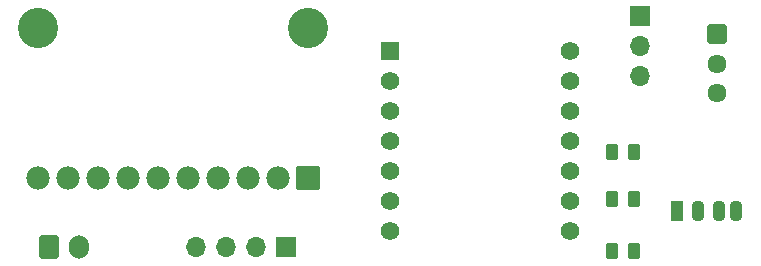
<source format=gbr>
%TF.GenerationSoftware,KiCad,Pcbnew,8.0.8*%
%TF.CreationDate,2025-05-04T21:19:18-07:00*%
%TF.ProjectId,ACL_Angle_Sensor,41434c5f-416e-4676-9c65-5f53656e736f,rev?*%
%TF.SameCoordinates,Original*%
%TF.FileFunction,Soldermask,Top*%
%TF.FilePolarity,Negative*%
%FSLAX46Y46*%
G04 Gerber Fmt 4.6, Leading zero omitted, Abs format (unit mm)*
G04 Created by KiCad (PCBNEW 8.0.8) date 2025-05-04 21:19:18*
%MOMM*%
%LPD*%
G01*
G04 APERTURE LIST*
G04 Aperture macros list*
%AMRoundRect*
0 Rectangle with rounded corners*
0 $1 Rounding radius*
0 $2 $3 $4 $5 $6 $7 $8 $9 X,Y pos of 4 corners*
0 Add a 4 corners polygon primitive as box body*
4,1,4,$2,$3,$4,$5,$6,$7,$8,$9,$2,$3,0*
0 Add four circle primitives for the rounded corners*
1,1,$1+$1,$2,$3*
1,1,$1+$1,$4,$5*
1,1,$1+$1,$6,$7*
1,1,$1+$1,$8,$9*
0 Add four rect primitives between the rounded corners*
20,1,$1+$1,$2,$3,$4,$5,0*
20,1,$1+$1,$4,$5,$6,$7,0*
20,1,$1+$1,$6,$7,$8,$9,0*
20,1,$1+$1,$8,$9,$2,$3,0*%
G04 Aperture macros list end*
%ADD10O,1.100000X1.800000*%
%ADD11R,1.100000X1.800000*%
%ADD12C,1.982000*%
%ADD13RoundRect,0.102000X-0.889000X-0.889000X0.889000X-0.889000X0.889000X0.889000X-0.889000X0.889000X0*%
%ADD14C,3.404000*%
%ADD15C,1.562000*%
%ADD16RoundRect,0.102000X-0.679000X-0.679000X0.679000X-0.679000X0.679000X0.679000X-0.679000X0.679000X0*%
%ADD17C,1.612000*%
%ADD18RoundRect,0.102000X-0.704000X0.704000X-0.704000X-0.704000X0.704000X-0.704000X0.704000X0.704000X0*%
%ADD19RoundRect,0.250000X-0.262500X-0.450000X0.262500X-0.450000X0.262500X0.450000X-0.262500X0.450000X0*%
%ADD20R,1.700000X1.700000*%
%ADD21O,1.700000X1.700000*%
%ADD22RoundRect,0.250000X-0.600000X-0.750000X0.600000X-0.750000X0.600000X0.750000X-0.600000X0.750000X0*%
%ADD23O,1.700000X2.000000*%
G04 APERTURE END LIST*
D10*
%TO.C,D1*%
X150190000Y-59500000D03*
X148690000Y-59500000D03*
X146940000Y-59500000D03*
D11*
X145190000Y-59500000D03*
%TD*%
D12*
%TO.C,U2*%
X101230000Y-56667500D03*
X98690000Y-56667500D03*
X96150000Y-56667500D03*
X93610000Y-56667500D03*
X91070000Y-56667500D03*
X103770000Y-56667500D03*
X106310000Y-56667500D03*
X108850000Y-56667500D03*
X111390000Y-56667500D03*
D13*
X113930000Y-56667500D03*
D14*
X91070000Y-43967500D03*
X113930000Y-43967500D03*
%TD*%
D15*
%TO.C,U1*%
X136120000Y-53563500D03*
X136120000Y-56103500D03*
X136120000Y-58643500D03*
X136120000Y-61183500D03*
X136120000Y-51023500D03*
X136120000Y-48483500D03*
X136120000Y-45943500D03*
X120880000Y-53563500D03*
X120880000Y-56103500D03*
X120880000Y-58643500D03*
X120880000Y-61183500D03*
X120880000Y-51023500D03*
X120880000Y-48483500D03*
D16*
X120880000Y-45943500D03*
%TD*%
D17*
%TO.C,SW1*%
X148500000Y-47000000D03*
D18*
X148500000Y-44500000D03*
D17*
X148500000Y-49500000D03*
%TD*%
D19*
%TO.C,R3*%
X139675000Y-62900000D03*
X141500000Y-62900000D03*
%TD*%
%TO.C,R2*%
X139675000Y-58500000D03*
X141500000Y-58500000D03*
%TD*%
%TO.C,R1*%
X139675000Y-54500000D03*
X141500000Y-54500000D03*
%TD*%
D20*
%TO.C,J2*%
X142000000Y-42960000D03*
D21*
X142000000Y-45500000D03*
X142000000Y-48040000D03*
%TD*%
%TO.C,J1*%
X104420000Y-62500000D03*
X106960000Y-62500000D03*
X109500000Y-62500000D03*
D20*
X112040000Y-62500000D03*
%TD*%
D22*
%TO.C,BT1*%
X92000000Y-62500000D03*
D23*
X94500000Y-62500000D03*
%TD*%
M02*

</source>
